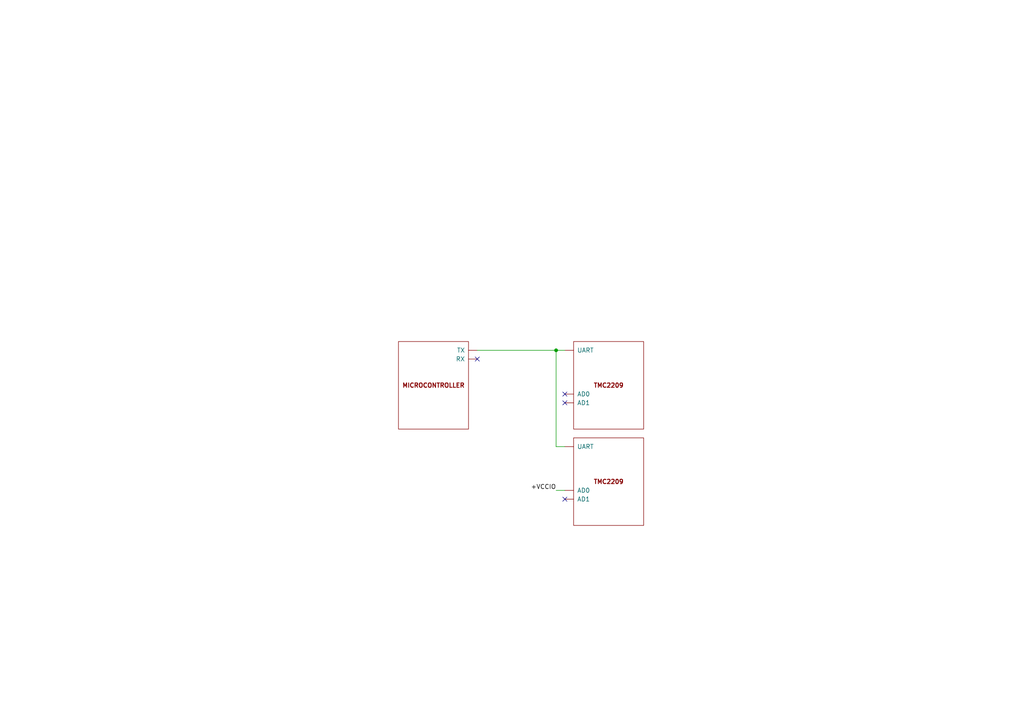
<source format=kicad_sch>
(kicad_sch (version 20230121) (generator eeschema)
  (paper "A4")
  (title_block (title "Trinamic Wiring") (date "2024-03-19") (rev "0.4") (company "Janelia Research Campus"))
  (lib_symbols
    (symbol "Janelia:DOC_MCU" (pin_numbers hide) (pin_names (offset 1.016))
      (symbol "DOC_MCU_0_1"
        (rectangle (start -10.16 12.7) (end 10.16 -12.7))
      )
      (symbol "DOC_MCU_1_1"
        (text "MICROCONTROLLER" (at 0 0 0) (effects (font (size 1.27 1.27) bold)))
        (pin input line (at 12.7 7.62 180) (length 2.54) (name "RX") (number "0"))
        (pin output line (at 12.7 10.16 180) (length 2.54) (name "TX") (number "1"))
        (pin input line (at 12.7 -5.08 180) (length 2.54) hide (name "RX2") (number "2"))
        (pin output line (at 12.7 -2.54 180) (length 2.54) hide (name "TX2") (number "3"))
        (pin output line (at 12.7 -7.62 180) (length 2.54) hide (name "TX3") (number "4"))
        (pin input line (at 12.7 -10.16 180) (length 2.54) hide (name "RX3") (number "5"))
        (pin output line (at 12.7 5.08 180) (length 2.54) hide (name "STEP") (number "6"))
        (pin input line (at 12.7 2.54 180) (length 2.54) hide (name "DIR") (number "7"))
        (pin input line (at 0 -15.24 90) (length 2.54) hide (name "SPI") (number "8"))
      )
    )
    (symbol "Janelia:TMC2209_DOC" (pin_numbers hide) (pin_names (offset 1.016))
      (symbol "TMC2209_DOC_0_1"
        (rectangle (start -10.16 12.7) (end 10.16 -12.7))
      )
      (symbol "TMC2209_DOC_1_1"
        (text "TMC2209" (at 0 0 0) (effects (font (size 1.27 1.27) bold)))
        (pin bidirectional line (at -12.7 10.16 0) (length 2.54) (name "UART") (number "0"))
        (pin input line (at -12.7 5.08 0) (length 2.54) hide (name "STEP") (number "1"))
        (pin input line (at -12.7 -5.08 0) (length 2.54) (name "AD1") (number "10"))
        (pin input line (at -12.7 2.54 0) (length 2.54) hide (name "DIR") (number "2"))
        (pin passive line (at 2.54 -15.24 90) (length 2.54) hide (name "BRA") (number "3"))
        (pin passive line (at 7.62 -15.24 90) (length 2.54) hide (name "BRB") (number "4"))
        (pin passive line (at 12.7 5.08 180) (length 2.54) hide (name "OA1") (number "5"))
        (pin passive line (at 12.7 2.54 180) (length 2.54) hide (name "OA2") (number "6"))
        (pin passive line (at 12.7 -2.54 180) (length 2.54) hide (name "OB1") (number "7"))
        (pin passive line (at 12.7 -5.08 180) (length 2.54) hide (name "OB2") (number "8"))
        (pin input line (at -12.7 -2.54 0) (length 2.54) (name "AD0") (number "9"))
      )
    )
    (symbol "TMC2209_DOC_1" (pin_numbers hide) (pin_names (offset 1.016))
      (symbol "TMC2209_DOC_1_0_1"
        (rectangle (start -10.16 12.7) (end 10.16 -12.7))
      )
      (symbol "TMC2209_DOC_1_1_1"
        (text "TMC2209" (at 0 0 0) (effects (font (size 1.27 1.27) bold)))
        (pin bidirectional line (at -12.7 10.16 0) (length 2.54) (name "UART") (number "0"))
        (pin input line (at -12.7 5.08 0) (length 2.54) hide (name "STEP") (number "1"))
        (pin input line (at -12.7 -5.08 0) (length 2.54) (name "AD1") (number "10"))
        (pin input line (at -12.7 2.54 0) (length 2.54) hide (name "DIR") (number "2"))
        (pin passive line (at 2.54 -15.24 90) (length 2.54) hide (name "BRA") (number "3"))
        (pin passive line (at 7.62 -15.24 90) (length 2.54) hide (name "BRB") (number "4"))
        (pin passive line (at 12.7 5.08 180) (length 2.54) hide (name "OA1") (number "5"))
        (pin passive line (at 12.7 2.54 180) (length 2.54) hide (name "OA2") (number "6"))
        (pin passive line (at 12.7 -2.54 180) (length 2.54) hide (name "OB1") (number "7"))
        (pin passive line (at 12.7 -5.08 180) (length 2.54) hide (name "OB2") (number "8"))
        (pin input line (at -12.7 -2.54 0) (length 2.54) (name "AD0") (number "9"))
      )
    )
  )
  (junction (at 161.29 101.6))
  (no_connect (at 163.83 116.84))
  (no_connect (at 163.83 114.3))
  (no_connect (at 138.43 104.14))
  (no_connect (at 163.83 144.78))
  (wire (pts (xy 161.29 101.6) (xy 161.29 129.54)))
  (wire (pts (xy 138.43 101.6) (xy 161.29 101.6)))
  (wire (pts (xy 161.29 142.24) (xy 163.83 142.24)))
  (wire (pts (xy 161.29 129.54) (xy 163.83 129.54)))
  (wire (pts (xy 161.29 101.6) (xy 163.83 101.6)))
  (label "+VCCIO" (at 161.29 142.24 180))
  (symbol (lib_id "Janelia:TMC2209_DOC") (at 176.53 139.7 0) (unit 1)
    (property "Reference" "TMC5" (effects hide))
    (property "Value" "TMC2209_DOC" (effects hide))
    (property "Sim.Enable" "0" (effects hide))
  )
  (symbol (lib_name "TMC2209_DOC_1") (lib_id "Janelia:TMC2209_DOC") (at 176.53 111.76 0) (unit 1)
    (property "Reference" "TMC4" (effects hide))
    (property "Value" "TMC2209_DOC" (effects hide))
    (property "Sim.Enable" "0" (effects hide))
  )
  (symbol (lib_id "Janelia:DOC_MCU") (at 125.73 111.76 0) (unit 1)
    (property "Reference" "MICROCONTROLLER3" (effects hide))
    (property "Value" "DOC_MCU" (effects hide))
    (property "Sim.Enable" "0" (effects hide))
  )
)
</source>
